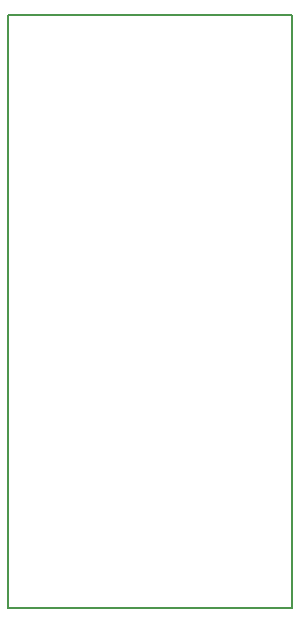
<source format=gm1>
G04 MADE WITH FRITZING*
G04 WWW.FRITZING.ORG*
G04 DOUBLE SIDED*
G04 HOLES PLATED*
G04 CONTOUR ON CENTER OF CONTOUR VECTOR*
%ASAXBY*%
%FSLAX23Y23*%
%MOIN*%
%OFA0B0*%
%SFA1.0B1.0*%
%ADD10R,0.953154X1.982730*%
%ADD11C,0.008000*%
%ADD10C,0.008*%
%LNCONTOUR*%
G90*
G70*
G54D10*
G54D11*
X4Y1979D02*
X949Y1979D01*
X949Y4D01*
X4Y4D01*
X4Y1979D01*
D02*
G04 End of contour*
M02*
</source>
